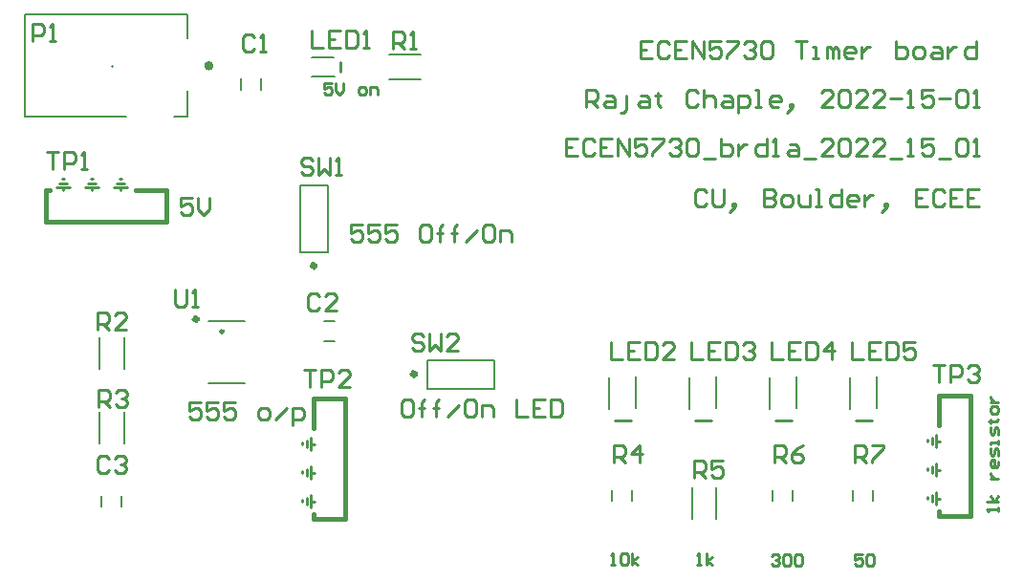
<source format=gto>
G04*
G04 #@! TF.GenerationSoftware,Altium Limited,Altium Designer,22.0.2 (36)*
G04*
G04 Layer_Color=65535*
%FSLAX25Y25*%
%MOIN*%
G70*
G04*
G04 #@! TF.SameCoordinates,7413C347-F83B-4BEA-81E0-1AD2B0EE7C59*
G04*
G04*
G04 #@! TF.FilePolarity,Positive*
G04*
G01*
G75*
%ADD10C,0.01575*%
%ADD11C,0.02000*%
%ADD12C,0.01181*%
%ADD13C,0.01000*%
%ADD14C,0.01500*%
%ADD15C,0.00500*%
%ADD16C,0.00600*%
%ADD17C,0.00787*%
%ADD18C,0.00787*%
D10*
X66610Y179900D02*
G03*
X66610Y179900I-787J0D01*
G01*
D11*
X137816Y72373D02*
G03*
X137816Y72373I-500J0D01*
G01*
X102845Y110089D02*
G03*
X102845Y110089I-500J0D01*
G01*
X61764Y91500D02*
G03*
X61764Y91500I-492J0D01*
G01*
D12*
X70794Y87300D02*
G03*
X70794Y87300I-394J0D01*
G01*
D13*
X319500Y46750D02*
Y51250D01*
Y49000D02*
X320527D01*
X318000Y47750D02*
Y50250D01*
X316500Y48750D02*
Y49477D01*
X319500Y36750D02*
Y41250D01*
Y39000D02*
X320527D01*
X318000Y37750D02*
Y40250D01*
X316500Y38750D02*
Y39477D01*
X319500Y26750D02*
Y31250D01*
Y29000D02*
X320527D01*
X318000Y27750D02*
Y30250D01*
X316500Y28750D02*
Y29477D01*
X32091Y180000D02*
X32122D01*
X111853Y177800D02*
Y181200D01*
X291400Y56100D02*
X297000D01*
X263400D02*
X269000D01*
X235400D02*
X241000D01*
X207400D02*
X213000D01*
X14750Y140500D02*
X15477D01*
X13750Y139000D02*
X16250D01*
X15000Y136473D02*
Y137500D01*
X12750D02*
X17250D01*
X24750Y140500D02*
X25477D01*
X23750Y139000D02*
X26250D01*
X25000Y136473D02*
Y137500D01*
X22750D02*
X27250D01*
X34750Y140500D02*
X35477D01*
X33750Y139000D02*
X36250D01*
X35000Y136473D02*
Y137500D01*
X32750D02*
X37250D01*
X98500Y27750D02*
Y28477D01*
X100000Y26750D02*
Y29250D01*
X101500Y28000D02*
X102527D01*
X101500Y25750D02*
Y30250D01*
X98500Y37750D02*
Y38477D01*
X100000Y36750D02*
Y39250D01*
X101500Y38000D02*
X102527D01*
X101500Y35750D02*
Y40250D01*
X98500Y47750D02*
Y48477D01*
X100000Y46750D02*
Y49250D01*
X101500Y48000D02*
X102527D01*
X101500Y45750D02*
Y50250D01*
X293666Y9499D02*
X291000D01*
Y7499D01*
X292333Y8166D01*
X292999D01*
X293666Y7499D01*
Y6166D01*
X292999Y5500D01*
X291666D01*
X291000Y6166D01*
X294999Y8832D02*
X295665Y9499D01*
X296998D01*
X297664Y8832D01*
Y6166D01*
X296998Y5500D01*
X295665D01*
X294999Y6166D01*
Y8832D01*
X262000D02*
X262666Y9499D01*
X263999D01*
X264666Y8832D01*
Y8166D01*
X263999Y7499D01*
X263333D01*
X263999D01*
X264666Y6833D01*
Y6166D01*
X263999Y5500D01*
X262666D01*
X262000Y6166D01*
X265999Y8832D02*
X266665Y9499D01*
X267998D01*
X268665Y8832D01*
Y6166D01*
X267998Y5500D01*
X266665D01*
X265999Y6166D01*
Y8832D01*
X269997D02*
X270664Y9499D01*
X271997D01*
X272663Y8832D01*
Y6166D01*
X271997Y5500D01*
X270664D01*
X269997Y6166D01*
Y8832D01*
X236000Y6000D02*
X237333D01*
X236666D01*
Y9999D01*
X236000Y9332D01*
X239332Y6000D02*
Y9999D01*
Y7333D02*
X241332Y8666D01*
X239332Y7333D02*
X241332Y6000D01*
X206000D02*
X207333D01*
X206666D01*
Y9999D01*
X206000Y9332D01*
X209332D02*
X209999Y9999D01*
X211332D01*
X211998Y9332D01*
Y6667D01*
X211332Y6000D01*
X209999D01*
X209332Y6667D01*
Y9332D01*
X213331Y6000D02*
Y9999D01*
Y7333D02*
X215330Y8666D01*
X213331Y7333D02*
X215330Y6000D01*
X108666Y173999D02*
X106000D01*
Y171999D01*
X107333Y172666D01*
X107999D01*
X108666Y171999D01*
Y170667D01*
X107999Y170000D01*
X106667D01*
X106000Y170667D01*
X109999Y173999D02*
Y171333D01*
X111332Y170000D01*
X112664Y171333D01*
Y173999D01*
X118663Y170000D02*
X119995D01*
X120662Y170667D01*
Y171999D01*
X119995Y172666D01*
X118663D01*
X117996Y171999D01*
Y170667D01*
X118663Y170000D01*
X121995D02*
Y172666D01*
X123994D01*
X124661Y171999D01*
Y170000D01*
X318503Y75499D02*
X322501D01*
X320502D01*
Y69501D01*
X324501D02*
Y75499D01*
X327500D01*
X328499Y74499D01*
Y72500D01*
X327500Y71500D01*
X324501D01*
X330499Y74499D02*
X331498Y75499D01*
X333498D01*
X334497Y74499D01*
Y73500D01*
X333498Y72500D01*
X332498D01*
X333498D01*
X334497Y71500D01*
Y70501D01*
X333498Y69501D01*
X331498D01*
X330499Y70501D01*
X341000Y24500D02*
Y25833D01*
Y25166D01*
X337001D01*
X337668Y24500D01*
X341000Y27832D02*
X337001D01*
X339667D02*
X338334Y29832D01*
X339667Y27832D02*
X341000Y29832D01*
X338334Y35830D02*
X341000D01*
X339667D01*
X339001Y36496D01*
X338334Y37163D01*
Y37829D01*
X341000Y41828D02*
Y40495D01*
X340334Y39828D01*
X339001D01*
X338334Y40495D01*
Y41828D01*
X339001Y42494D01*
X339667D01*
Y39828D01*
X341000Y43827D02*
Y45826D01*
X340334Y46493D01*
X339667Y45826D01*
Y44493D01*
X339001Y43827D01*
X338334Y44493D01*
Y46493D01*
X341000Y47826D02*
Y49159D01*
Y48492D01*
X338334D01*
Y47826D01*
X341000Y51158D02*
Y53157D01*
X340334Y53824D01*
X339667Y53157D01*
Y51824D01*
X339001Y51158D01*
X338334Y51824D01*
Y53824D01*
X337668Y55823D02*
X338334D01*
Y55157D01*
Y56490D01*
Y55823D01*
X340334D01*
X341000Y56490D01*
Y59155D02*
Y60488D01*
X340334Y61155D01*
X339001D01*
X338334Y60488D01*
Y59155D01*
X339001Y58489D01*
X340334D01*
X341000Y59155D01*
X338334Y62488D02*
X341000D01*
X339667D01*
X339001Y63154D01*
X338334Y63821D01*
Y64487D01*
X62999Y62497D02*
X59000D01*
Y59498D01*
X60999Y60498D01*
X61999D01*
X62999Y59498D01*
Y57499D01*
X61999Y56499D01*
X60000D01*
X59000Y57499D01*
X68997Y62497D02*
X64998D01*
Y59498D01*
X66997Y60498D01*
X67997D01*
X68997Y59498D01*
Y57499D01*
X67997Y56499D01*
X65998D01*
X64998Y57499D01*
X74995Y62497D02*
X70996D01*
Y59498D01*
X72996Y60498D01*
X73995D01*
X74995Y59498D01*
Y57499D01*
X73995Y56499D01*
X71996D01*
X70996Y57499D01*
X83992Y56499D02*
X85991D01*
X86991Y57499D01*
Y59498D01*
X85991Y60498D01*
X83992D01*
X82992Y59498D01*
Y57499D01*
X83992Y56499D01*
X88990D02*
X92989Y60498D01*
X94988Y54500D02*
Y60498D01*
X97987D01*
X98987Y59498D01*
Y57499D01*
X97987Y56499D01*
X94988D01*
X135999Y63498D02*
X134000D01*
X133000Y62498D01*
Y58500D01*
X134000Y57500D01*
X135999D01*
X136999Y58500D01*
Y62498D01*
X135999Y63498D01*
X139998Y57500D02*
Y62498D01*
Y60499D01*
X138998D01*
X140997D01*
X139998D01*
Y62498D01*
X140997Y63498D01*
X144996Y57500D02*
Y62498D01*
Y60499D01*
X143996D01*
X145996D01*
X144996D01*
Y62498D01*
X145996Y63498D01*
X148995Y57500D02*
X152994Y61499D01*
X157992Y63498D02*
X155993D01*
X154993Y62498D01*
Y58500D01*
X155993Y57500D01*
X157992D01*
X158992Y58500D01*
Y62498D01*
X157992Y63498D01*
X160991Y57500D02*
Y61499D01*
X163990D01*
X164990Y60499D01*
Y57500D01*
X172987Y63498D02*
Y57500D01*
X176986D01*
X182984Y63498D02*
X178985D01*
Y57500D01*
X182984D01*
X178985Y60499D02*
X180984D01*
X184983Y63498D02*
Y57500D01*
X187982D01*
X188982Y58500D01*
Y62498D01*
X187982Y63498D01*
X184983D01*
X119499Y124498D02*
X115500D01*
Y121499D01*
X117499Y122499D01*
X118499D01*
X119499Y121499D01*
Y119500D01*
X118499Y118500D01*
X116500D01*
X115500Y119500D01*
X125497Y124498D02*
X121498D01*
Y121499D01*
X123497Y122499D01*
X124497D01*
X125497Y121499D01*
Y119500D01*
X124497Y118500D01*
X122498D01*
X121498Y119500D01*
X131495Y124498D02*
X127496D01*
Y121499D01*
X129496Y122499D01*
X130495D01*
X131495Y121499D01*
Y119500D01*
X130495Y118500D01*
X128496D01*
X127496Y119500D01*
X142491Y124498D02*
X140492D01*
X139492Y123498D01*
Y119500D01*
X140492Y118500D01*
X142491D01*
X143491Y119500D01*
Y123498D01*
X142491Y124498D01*
X146490Y118500D02*
Y123498D01*
Y121499D01*
X145490D01*
X147490D01*
X146490D01*
Y123498D01*
X147490Y124498D01*
X151488Y118500D02*
Y123498D01*
Y121499D01*
X150489D01*
X152488D01*
X151488D01*
Y123498D01*
X152488Y124498D01*
X155487Y118500D02*
X159486Y122499D01*
X164484Y124498D02*
X162485D01*
X161485Y123498D01*
Y119500D01*
X162485Y118500D01*
X164484D01*
X165484Y119500D01*
Y123498D01*
X164484Y124498D01*
X167483Y118500D02*
Y122499D01*
X170482D01*
X171482Y121499D01*
Y118500D01*
X59999Y133998D02*
X56000D01*
Y130999D01*
X57999Y131999D01*
X58999D01*
X59999Y130999D01*
Y129000D01*
X58999Y128000D01*
X57000D01*
X56000Y129000D01*
X61998Y133998D02*
Y129999D01*
X63997Y128000D01*
X65997Y129999D01*
Y133998D01*
X239499Y135998D02*
X238499Y136997D01*
X236500D01*
X235500Y135998D01*
Y131999D01*
X236500Y130999D01*
X238499D01*
X239499Y131999D01*
X241498Y136997D02*
Y131999D01*
X242498Y130999D01*
X244497D01*
X245497Y131999D01*
Y136997D01*
X248496Y130000D02*
X249496Y130999D01*
Y131999D01*
X248496D01*
Y130999D01*
X249496D01*
X248496Y130000D01*
X247496Y129000D01*
X259492Y136997D02*
Y130999D01*
X262491D01*
X263491Y131999D01*
Y132999D01*
X262491Y133998D01*
X259492D01*
X262491D01*
X263491Y134998D01*
Y135998D01*
X262491Y136997D01*
X259492D01*
X266490Y130999D02*
X268489D01*
X269489Y131999D01*
Y133998D01*
X268489Y134998D01*
X266490D01*
X265490Y133998D01*
Y131999D01*
X266490Y130999D01*
X271488Y134998D02*
Y131999D01*
X272488Y130999D01*
X275487D01*
Y134998D01*
X277486Y130999D02*
X279486D01*
X278486D01*
Y136997D01*
X277486D01*
X286484D02*
Y130999D01*
X283485D01*
X282485Y131999D01*
Y133998D01*
X283485Y134998D01*
X286484D01*
X291482Y130999D02*
X289482D01*
X288483Y131999D01*
Y133998D01*
X289482Y134998D01*
X291482D01*
X292482Y133998D01*
Y132999D01*
X288483D01*
X294481Y134998D02*
Y130999D01*
Y132999D01*
X295481Y133998D01*
X296480Y134998D01*
X297480D01*
X301479Y130000D02*
X302478Y130999D01*
Y131999D01*
X301479D01*
Y130999D01*
X302478D01*
X301479Y130000D01*
X300479Y129000D01*
X316474Y136997D02*
X312475D01*
Y130999D01*
X316474D01*
X312475Y133998D02*
X314474D01*
X322472Y135998D02*
X321472Y136997D01*
X319473D01*
X318473Y135998D01*
Y131999D01*
X319473Y130999D01*
X321472D01*
X322472Y131999D01*
X328470Y136997D02*
X324471D01*
Y130999D01*
X328470D01*
X324471Y133998D02*
X326471D01*
X334468Y136997D02*
X330469D01*
Y130999D01*
X334468D01*
X330469Y133998D02*
X332469D01*
X194499Y154498D02*
X190500D01*
Y148500D01*
X194499D01*
X190500Y151499D02*
X192499D01*
X200497Y153498D02*
X199497Y154498D01*
X197498D01*
X196498Y153498D01*
Y149499D01*
X197498Y148500D01*
X199497D01*
X200497Y149499D01*
X206495Y154498D02*
X202496D01*
Y148500D01*
X206495D01*
X202496Y151499D02*
X204496D01*
X208494Y148500D02*
Y154498D01*
X212493Y148500D01*
Y154498D01*
X218491D02*
X214492D01*
Y151499D01*
X216492Y152498D01*
X217491D01*
X218491Y151499D01*
Y149499D01*
X217491Y148500D01*
X215492D01*
X214492Y149499D01*
X220490Y154498D02*
X224489D01*
Y153498D01*
X220490Y149499D01*
Y148500D01*
X226488Y153498D02*
X227488Y154498D01*
X229487D01*
X230487Y153498D01*
Y152498D01*
X229487Y151499D01*
X228488D01*
X229487D01*
X230487Y150499D01*
Y149499D01*
X229487Y148500D01*
X227488D01*
X226488Y149499D01*
X232486Y153498D02*
X233486Y154498D01*
X235485D01*
X236485Y153498D01*
Y149499D01*
X235485Y148500D01*
X233486D01*
X232486Y149499D01*
Y153498D01*
X238485Y147500D02*
X242483D01*
X244482Y154498D02*
Y148500D01*
X247482D01*
X248481Y149499D01*
Y150499D01*
Y151499D01*
X247482Y152498D01*
X244482D01*
X250481D02*
Y148500D01*
Y150499D01*
X251480Y151499D01*
X252480Y152498D01*
X253480D01*
X260477Y154498D02*
Y148500D01*
X257478D01*
X256479Y149499D01*
Y151499D01*
X257478Y152498D01*
X260477D01*
X262477Y148500D02*
X264476D01*
X263476D01*
Y154498D01*
X262477Y153498D01*
X268475Y152498D02*
X270474D01*
X271474Y151499D01*
Y148500D01*
X268475D01*
X267475Y149499D01*
X268475Y150499D01*
X271474D01*
X273473Y147500D02*
X277472D01*
X283470Y148500D02*
X279471D01*
X283470Y152498D01*
Y153498D01*
X282470Y154498D01*
X280471D01*
X279471Y153498D01*
X285469D02*
X286469Y154498D01*
X288468D01*
X289468Y153498D01*
Y149499D01*
X288468Y148500D01*
X286469D01*
X285469Y149499D01*
Y153498D01*
X295466Y148500D02*
X291467D01*
X295466Y152498D01*
Y153498D01*
X294466Y154498D01*
X292467D01*
X291467Y153498D01*
X301464Y148500D02*
X297465D01*
X301464Y152498D01*
Y153498D01*
X300464Y154498D01*
X298465D01*
X297465Y153498D01*
X303464Y147500D02*
X307462D01*
X309461Y148500D02*
X311461D01*
X310461D01*
Y154498D01*
X309461Y153498D01*
X318459Y154498D02*
X314460D01*
Y151499D01*
X316459Y152498D01*
X317459D01*
X318459Y151499D01*
Y149499D01*
X317459Y148500D01*
X315460D01*
X314460Y149499D01*
X320458Y147500D02*
X324457D01*
X326456Y153498D02*
X327456Y154498D01*
X329455D01*
X330455Y153498D01*
Y149499D01*
X329455Y148500D01*
X327456D01*
X326456Y149499D01*
Y153498D01*
X332454Y148500D02*
X334453D01*
X333454D01*
Y154498D01*
X332454Y153498D01*
X197500Y165499D02*
Y171497D01*
X200499D01*
X201499Y170498D01*
Y168498D01*
X200499Y167499D01*
X197500D01*
X199499D02*
X201499Y165499D01*
X204498Y169498D02*
X206497D01*
X207497Y168498D01*
Y165499D01*
X204498D01*
X203498Y166499D01*
X204498Y167499D01*
X207497D01*
X209496Y163500D02*
X210496D01*
X211495Y164500D01*
Y169498D01*
X216494D02*
X218493D01*
X219493Y168498D01*
Y165499D01*
X216494D01*
X215494Y166499D01*
X216494Y167499D01*
X219493D01*
X222492Y170498D02*
Y169498D01*
X221492D01*
X223492D01*
X222492D01*
Y166499D01*
X223492Y165499D01*
X236487Y170498D02*
X235488Y171497D01*
X233488D01*
X232489Y170498D01*
Y166499D01*
X233488Y165499D01*
X235488D01*
X236487Y166499D01*
X238487Y171497D02*
Y165499D01*
Y168498D01*
X239486Y169498D01*
X241486D01*
X242485Y168498D01*
Y165499D01*
X245484Y169498D02*
X247484D01*
X248483Y168498D01*
Y165499D01*
X245484D01*
X244485Y166499D01*
X245484Y167499D01*
X248483D01*
X250483Y163500D02*
Y169498D01*
X253482D01*
X254482Y168498D01*
Y166499D01*
X253482Y165499D01*
X250483D01*
X256481D02*
X258480D01*
X257481D01*
Y171497D01*
X256481D01*
X264478Y165499D02*
X262479D01*
X261479Y166499D01*
Y168498D01*
X262479Y169498D01*
X264478D01*
X265478Y168498D01*
Y167499D01*
X261479D01*
X268477Y164500D02*
X269477Y165499D01*
Y166499D01*
X268477D01*
Y165499D01*
X269477D01*
X268477Y164500D01*
X267477Y163500D01*
X283472Y165499D02*
X279473D01*
X283472Y169498D01*
Y170498D01*
X282472Y171497D01*
X280473D01*
X279473Y170498D01*
X285472D02*
X286471Y171497D01*
X288471D01*
X289470Y170498D01*
Y166499D01*
X288471Y165499D01*
X286471D01*
X285472Y166499D01*
Y170498D01*
X295468Y165499D02*
X291470D01*
X295468Y169498D01*
Y170498D01*
X294469Y171497D01*
X292469D01*
X291470Y170498D01*
X301466Y165499D02*
X297468D01*
X301466Y169498D01*
Y170498D01*
X300467Y171497D01*
X298467D01*
X297468Y170498D01*
X303466Y168498D02*
X307464D01*
X309464Y165499D02*
X311463D01*
X310464D01*
Y171497D01*
X309464Y170498D01*
X318461Y171497D02*
X314462D01*
Y168498D01*
X316461Y169498D01*
X317461D01*
X318461Y168498D01*
Y166499D01*
X317461Y165499D01*
X315462D01*
X314462Y166499D01*
X320460Y168498D02*
X324459D01*
X326458Y170498D02*
X327458Y171497D01*
X329457D01*
X330457Y170498D01*
Y166499D01*
X329457Y165499D01*
X327458D01*
X326458Y166499D01*
Y170498D01*
X332456Y165499D02*
X334456D01*
X333456D01*
Y171497D01*
X332456Y170498D01*
X220499Y188498D02*
X216500D01*
Y182500D01*
X220499D01*
X216500Y185499D02*
X218499D01*
X226497Y187498D02*
X225497Y188498D01*
X223498D01*
X222498Y187498D01*
Y183500D01*
X223498Y182500D01*
X225497D01*
X226497Y183500D01*
X232495Y188498D02*
X228496D01*
Y182500D01*
X232495D01*
X228496Y185499D02*
X230496D01*
X234494Y182500D02*
Y188498D01*
X238493Y182500D01*
Y188498D01*
X244491D02*
X240492D01*
Y185499D01*
X242492Y186499D01*
X243491D01*
X244491Y185499D01*
Y183500D01*
X243491Y182500D01*
X241492D01*
X240492Y183500D01*
X246490Y188498D02*
X250489D01*
Y187498D01*
X246490Y183500D01*
Y182500D01*
X252488Y187498D02*
X253488Y188498D01*
X255487D01*
X256487Y187498D01*
Y186499D01*
X255487Y185499D01*
X254488D01*
X255487D01*
X256487Y184499D01*
Y183500D01*
X255487Y182500D01*
X253488D01*
X252488Y183500D01*
X258486Y187498D02*
X259486Y188498D01*
X261485D01*
X262485Y187498D01*
Y183500D01*
X261485Y182500D01*
X259486D01*
X258486Y183500D01*
Y187498D01*
X270482Y188498D02*
X274481D01*
X272482D01*
Y182500D01*
X276481D02*
X278480D01*
X277480D01*
Y186499D01*
X276481D01*
X281479Y182500D02*
Y186499D01*
X282479D01*
X283478Y185499D01*
Y182500D01*
Y185499D01*
X284478Y186499D01*
X285478Y185499D01*
Y182500D01*
X290476D02*
X288477D01*
X287477Y183500D01*
Y185499D01*
X288477Y186499D01*
X290476D01*
X291476Y185499D01*
Y184499D01*
X287477D01*
X293475Y186499D02*
Y182500D01*
Y184499D01*
X294475Y185499D01*
X295474Y186499D01*
X296474D01*
X305471Y188498D02*
Y182500D01*
X308470D01*
X309470Y183500D01*
Y184499D01*
Y185499D01*
X308470Y186499D01*
X305471D01*
X312469Y182500D02*
X314468D01*
X315468Y183500D01*
Y185499D01*
X314468Y186499D01*
X312469D01*
X311469Y185499D01*
Y183500D01*
X312469Y182500D01*
X318467Y186499D02*
X320466D01*
X321466Y185499D01*
Y182500D01*
X318467D01*
X317467Y183500D01*
X318467Y184499D01*
X321466D01*
X323465Y186499D02*
Y182500D01*
Y184499D01*
X324465Y185499D01*
X325465Y186499D01*
X326464D01*
X333462Y188498D02*
Y182500D01*
X330463D01*
X329464Y183500D01*
Y185499D01*
X330463Y186499D01*
X333462D01*
X4501Y188501D02*
Y194499D01*
X7500D01*
X8500Y193499D01*
Y191500D01*
X7500Y190500D01*
X4501D01*
X10499Y188501D02*
X12499D01*
X11499D01*
Y194499D01*
X10499Y193499D01*
X130001Y186001D02*
Y191999D01*
X133000D01*
X134000Y190999D01*
Y189000D01*
X133000Y188000D01*
X130001D01*
X132001D02*
X134000Y186001D01*
X135999D02*
X137999D01*
X136999D01*
Y191999D01*
X135999Y190999D01*
X27002Y88001D02*
Y93999D01*
X30001D01*
X31000Y92999D01*
Y91000D01*
X30001Y90000D01*
X27002D01*
X29001D02*
X31000Y88001D01*
X36998D02*
X33000D01*
X36998Y92000D01*
Y92999D01*
X35999Y93999D01*
X33999D01*
X33000Y92999D01*
X27502Y61001D02*
Y66999D01*
X30501D01*
X31500Y65999D01*
Y64000D01*
X30501Y63000D01*
X27502D01*
X29501D02*
X31500Y61001D01*
X33500Y65999D02*
X34499Y66999D01*
X36499D01*
X37498Y65999D01*
Y65000D01*
X36499Y64000D01*
X35499D01*
X36499D01*
X37498Y63000D01*
Y62001D01*
X36499Y61001D01*
X34499D01*
X33500Y62001D01*
X31000Y42889D02*
X30001Y43889D01*
X28001D01*
X27002Y42889D01*
Y38891D01*
X28001Y37891D01*
X30001D01*
X31000Y38891D01*
X33000Y42889D02*
X33999Y43889D01*
X35999D01*
X36998Y42889D01*
Y41890D01*
X35999Y40890D01*
X34999D01*
X35999D01*
X36998Y39890D01*
Y38891D01*
X35999Y37891D01*
X33999D01*
X33000Y38891D01*
X140799Y85598D02*
X139799Y86598D01*
X137800D01*
X136800Y85598D01*
Y84599D01*
X137800Y83599D01*
X139799D01*
X140799Y82599D01*
Y81600D01*
X139799Y80600D01*
X137800D01*
X136800Y81600D01*
X142798Y86598D02*
Y80600D01*
X144797Y82599D01*
X146797Y80600D01*
Y86598D01*
X152795Y80600D02*
X148796D01*
X152795Y84599D01*
Y85598D01*
X151795Y86598D01*
X149796D01*
X148796Y85598D01*
X291000Y41500D02*
Y47498D01*
X293999D01*
X294999Y46498D01*
Y44499D01*
X293999Y43499D01*
X291000D01*
X292999D02*
X294999Y41500D01*
X296998Y47498D02*
X300997D01*
Y46498D01*
X296998Y42500D01*
Y41500D01*
X235000Y36100D02*
Y42098D01*
X237999D01*
X238999Y41098D01*
Y39099D01*
X237999Y38099D01*
X235000D01*
X236999D02*
X238999Y36100D01*
X244997Y42098D02*
X240998D01*
Y39099D01*
X242997Y40099D01*
X243997D01*
X244997Y39099D01*
Y37100D01*
X243997Y36100D01*
X241998D01*
X240998Y37100D01*
X290000Y83498D02*
Y77500D01*
X293999D01*
X299997Y83498D02*
X295998D01*
Y77500D01*
X299997D01*
X295998Y80499D02*
X297997D01*
X301996Y83498D02*
Y77500D01*
X304995D01*
X305995Y78500D01*
Y82498D01*
X304995Y83498D01*
X301996D01*
X311993D02*
X307994D01*
Y80499D01*
X309994Y81499D01*
X310993D01*
X311993Y80499D01*
Y78500D01*
X310993Y77500D01*
X308994D01*
X307994Y78500D01*
X262000Y83498D02*
Y77500D01*
X265999D01*
X271997Y83498D02*
X267998D01*
Y77500D01*
X271997D01*
X267998Y80499D02*
X269997D01*
X273996Y83498D02*
Y77500D01*
X276995D01*
X277995Y78500D01*
Y82498D01*
X276995Y83498D01*
X273996D01*
X282993Y77500D02*
Y83498D01*
X279994Y80499D01*
X283993D01*
X234000Y83498D02*
Y77500D01*
X237999D01*
X243997Y83498D02*
X239998D01*
Y77500D01*
X243997D01*
X239998Y80499D02*
X241997D01*
X245996Y83498D02*
Y77500D01*
X248995D01*
X249995Y78500D01*
Y82498D01*
X248995Y83498D01*
X245996D01*
X251994Y82498D02*
X252994Y83498D01*
X254993D01*
X255993Y82498D01*
Y81499D01*
X254993Y80499D01*
X253994D01*
X254993D01*
X255993Y79499D01*
Y78500D01*
X254993Y77500D01*
X252994D01*
X251994Y78500D01*
X206000Y83498D02*
Y77500D01*
X209999D01*
X215997Y83498D02*
X211998D01*
Y77500D01*
X215997D01*
X211998Y80499D02*
X213997D01*
X217996Y83498D02*
Y77500D01*
X220995D01*
X221995Y78500D01*
Y82498D01*
X220995Y83498D01*
X217996D01*
X227993Y77500D02*
X223994D01*
X227993Y81499D01*
Y82498D01*
X226993Y83498D01*
X224994D01*
X223994Y82498D01*
X101600Y192098D02*
Y186100D01*
X105599D01*
X111597Y192098D02*
X107598D01*
Y186100D01*
X111597D01*
X107598Y189099D02*
X109597D01*
X113596Y192098D02*
Y186100D01*
X116595D01*
X117595Y187100D01*
Y191098D01*
X116595Y192098D01*
X113596D01*
X119594Y186100D02*
X121593D01*
X120594D01*
Y192098D01*
X119594Y191098D01*
X104399Y99398D02*
X103399Y100398D01*
X101400D01*
X100400Y99398D01*
Y95400D01*
X101400Y94400D01*
X103399D01*
X104399Y95400D01*
X110397Y94400D02*
X106398D01*
X110397Y98399D01*
Y99398D01*
X109397Y100398D01*
X107398D01*
X106398Y99398D01*
X81599Y189998D02*
X80599Y190998D01*
X78600D01*
X77600Y189998D01*
Y186000D01*
X78600Y185000D01*
X80599D01*
X81599Y186000D01*
X83598Y185000D02*
X85597D01*
X84598D01*
Y190998D01*
X83598Y189998D01*
X54000Y101998D02*
Y97000D01*
X55000Y96000D01*
X56999D01*
X57999Y97000D01*
Y101998D01*
X59998Y96000D02*
X61997D01*
X60998D01*
Y101998D01*
X59998Y100998D01*
X99000Y73798D02*
X102999D01*
X100999D01*
Y67800D01*
X104998D02*
Y73798D01*
X107997D01*
X108997Y72798D01*
Y70799D01*
X107997Y69799D01*
X104998D01*
X114995Y67800D02*
X110996D01*
X114995Y71799D01*
Y72798D01*
X113995Y73798D01*
X111996D01*
X110996Y72798D01*
X9200Y149998D02*
X13199D01*
X11199D01*
Y144000D01*
X15198D02*
Y149998D01*
X18197D01*
X19197Y148998D01*
Y146999D01*
X18197Y145999D01*
X15198D01*
X21196Y144000D02*
X23196D01*
X22196D01*
Y149998D01*
X21196Y148998D01*
X102099Y146698D02*
X101099Y147698D01*
X99100D01*
X98100Y146698D01*
Y145699D01*
X99100Y144699D01*
X101099D01*
X102099Y143699D01*
Y142700D01*
X101099Y141700D01*
X99100D01*
X98100Y142700D01*
X104098Y147698D02*
Y141700D01*
X106097Y143699D01*
X108097Y141700D01*
Y147698D01*
X110096Y141700D02*
X112095D01*
X111096D01*
Y147698D01*
X110096Y146698D01*
X263000Y41500D02*
Y47498D01*
X265999D01*
X266999Y46498D01*
Y44499D01*
X265999Y43499D01*
X263000D01*
X264999D02*
X266999Y41500D01*
X272997Y47498D02*
X270997Y46498D01*
X268998Y44499D01*
Y42500D01*
X269998Y41500D01*
X271997D01*
X272997Y42500D01*
Y43499D01*
X271997Y44499D01*
X268998D01*
X207000Y41500D02*
Y47498D01*
X209999D01*
X210999Y46498D01*
Y44499D01*
X209999Y43499D01*
X207000D01*
X208999D02*
X210999Y41500D01*
X215997D02*
Y47498D01*
X212998Y44499D01*
X216997D01*
D14*
X320500Y54500D02*
Y65000D01*
X331500D01*
X320500Y23000D02*
Y24500D01*
Y23000D02*
X331500D01*
Y65000D01*
X9000Y125500D02*
X51000D01*
X9000D02*
Y136500D01*
X10500D01*
X51000Y125500D02*
Y136500D01*
X40500D02*
X51000D01*
X113500Y22000D02*
Y64000D01*
X102500Y22000D02*
X113500D01*
X102500D02*
Y23500D01*
Y64000D02*
X113500D01*
X102500Y53500D02*
Y64000D01*
D15*
X1776Y162284D02*
X37012D01*
X58469Y189500D02*
Y197716D01*
X1776D02*
X58469D01*
X1776Y162284D02*
Y197716D01*
X58469Y162284D02*
Y171300D01*
X53722Y162284D02*
X58469D01*
D16*
X128740Y175300D02*
X139740D01*
X128740Y183700D02*
X139740D01*
X27800Y74240D02*
Y85240D01*
X36200Y74240D02*
Y85240D01*
X27800Y48020D02*
Y59020D01*
X36200Y48020D02*
Y59020D01*
X35500Y26200D02*
Y30000D01*
X28500Y26200D02*
Y30000D01*
X101552Y182800D02*
X109452D01*
X101653Y176200D02*
X109553D01*
X77000Y171600D02*
Y175400D01*
X84000Y171600D02*
Y175400D01*
X106000Y84000D02*
X109800D01*
X106000Y91000D02*
X109800D01*
X289300Y60300D02*
Y71300D01*
X298800Y60400D02*
Y71400D01*
X261300Y60300D02*
Y71300D01*
X270800Y60400D02*
Y71400D01*
X233300Y60300D02*
Y71300D01*
X242800Y60400D02*
Y71400D01*
X205300Y60300D02*
Y71300D01*
X214800Y60400D02*
Y71400D01*
X297500Y28100D02*
Y31900D01*
X290500Y28100D02*
Y31900D01*
X242750Y21800D02*
Y32800D01*
X234350Y21800D02*
Y32800D01*
X269500Y28100D02*
Y31900D01*
X262500Y28100D02*
Y31900D01*
X213500Y28100D02*
Y31900D01*
X206500Y28100D02*
Y31900D01*
D17*
X165498Y67217D02*
Y77182D01*
X141954D02*
X165498D01*
X141954Y67217D02*
Y77182D01*
Y67217D02*
X165498D01*
X107500Y114728D02*
Y138272D01*
X97535Y114728D02*
X107500D01*
X97535D02*
Y138272D01*
X107500D01*
D18*
X65702Y90900D02*
X78300D01*
X65700Y69100D02*
X78298D01*
M02*

</source>
